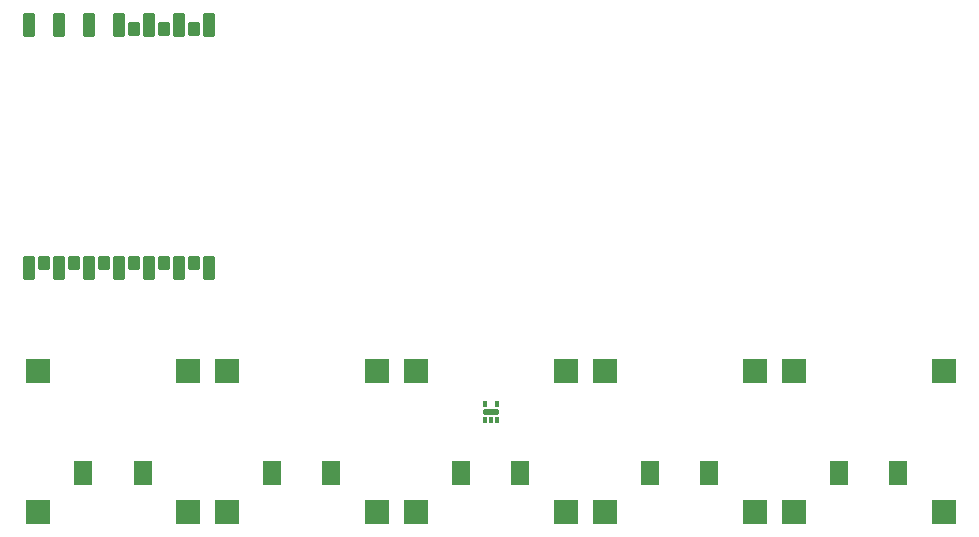
<source format=gbr>
%TF.GenerationSoftware,KiCad,Pcbnew,9.0.1*%
%TF.CreationDate,2025-04-18T20:51:15-05:00*%
%TF.ProjectId,utility_board,7574696c-6974-4795-9f62-6f6172642e6b,v1.0.0*%
%TF.SameCoordinates,Original*%
%TF.FileFunction,Paste,Top*%
%TF.FilePolarity,Positive*%
%FSLAX46Y46*%
G04 Gerber Fmt 4.6, Leading zero omitted, Abs format (unit mm)*
G04 Created by KiCad (PCBNEW 9.0.1) date 2025-04-18 20:51:15*
%MOMM*%
%LPD*%
G01*
G04 APERTURE LIST*
G04 Aperture macros list*
%AMRoundRect*
0 Rectangle with rounded corners*
0 $1 Rounding radius*
0 $2 $3 $4 $5 $6 $7 $8 $9 X,Y pos of 4 corners*
0 Add a 4 corners polygon primitive as box body*
4,1,4,$2,$3,$4,$5,$6,$7,$8,$9,$2,$3,0*
0 Add four circle primitives for the rounded corners*
1,1,$1+$1,$2,$3*
1,1,$1+$1,$4,$5*
1,1,$1+$1,$6,$7*
1,1,$1+$1,$8,$9*
0 Add four rect primitives between the rounded corners*
20,1,$1+$1,$2,$3,$4,$5,0*
20,1,$1+$1,$4,$5,$6,$7,0*
20,1,$1+$1,$6,$7,$8,$9,0*
20,1,$1+$1,$8,$9,$2,$3,0*%
G04 Aperture macros list end*
%ADD10R,1.550000X2.000000*%
%ADD11R,2.000000X2.000000*%
%ADD12RoundRect,0.045000X-0.105000X-0.217500X0.105000X-0.217500X0.105000X0.217500X-0.105000X0.217500X0*%
%ADD13RoundRect,0.075000X-0.575000X-0.175000X0.575000X-0.175000X0.575000X0.175000X-0.575000X0.175000X0*%
%ADD14RoundRect,0.095000X-0.380000X0.921000X-0.380000X-0.921000X0.380000X-0.921000X0.380000X0.921000X0*%
%ADD15RoundRect,0.095000X0.380000X-0.921000X0.380000X0.921000X-0.380000X0.921000X-0.380000X-0.921000X0*%
%ADD16RoundRect,0.095000X-0.380000X0.521000X-0.380000X-0.521000X0.380000X-0.521000X0.380000X0.521000X0*%
%ADD17RoundRect,0.095000X0.380000X-0.521000X0.380000X0.521000X-0.380000X0.521000X-0.380000X-0.521000X0*%
G04 APERTURE END LIST*
D10*
%TO.C,S1*%
X107500000Y-192650000D03*
X112500000Y-192650000D03*
D11*
X103650000Y-184000000D03*
X103650000Y-196000000D03*
X116350000Y-184000000D03*
X116350000Y-196000000D03*
%TD*%
D10*
%TO.C,S2*%
X123500000Y-192650000D03*
X128500000Y-192650000D03*
D11*
X119650000Y-184000000D03*
X119650000Y-196000000D03*
X132350000Y-184000000D03*
X132350000Y-196000000D03*
%TD*%
D10*
%TO.C,S3*%
X139500000Y-192650000D03*
X144500000Y-192650000D03*
D11*
X135650000Y-184000000D03*
X135650000Y-196000000D03*
X148350000Y-184000000D03*
X148350000Y-196000000D03*
%TD*%
D10*
%TO.C,S4*%
X155500000Y-192650000D03*
X160500000Y-192650000D03*
D11*
X151650000Y-184000000D03*
X151650000Y-196000000D03*
X164350000Y-184000000D03*
X164350000Y-196000000D03*
%TD*%
D10*
%TO.C,S5*%
X171500000Y-192650000D03*
X176500000Y-192650000D03*
D11*
X167650000Y-184000000D03*
X167650000Y-196000000D03*
X180350000Y-184000000D03*
X180350000Y-196000000D03*
%TD*%
D12*
%TO.C,D1*%
X142500000Y-188187500D03*
X142000000Y-188187500D03*
X141500000Y-188187500D03*
X142500000Y-186812500D03*
X141500000Y-186812500D03*
D13*
X142000000Y-187500000D03*
%TD*%
D14*
%TO.C,J1*%
X102883500Y-175287000D03*
X105423500Y-175287000D03*
X107963500Y-175287000D03*
X110503500Y-175287000D03*
X113043500Y-175287000D03*
X115583500Y-175287000D03*
X118123500Y-175287000D03*
D15*
X118123500Y-154713000D03*
X115583500Y-154713000D03*
X113043500Y-154713000D03*
X110503500Y-154713000D03*
X107963500Y-154713000D03*
X105423500Y-154713000D03*
X102883500Y-154713000D03*
D16*
X104153500Y-174887000D03*
X106693500Y-174887000D03*
X109233500Y-174887000D03*
X111773500Y-174887000D03*
X114313500Y-174887000D03*
X116853500Y-174887000D03*
D17*
X116853500Y-155113000D03*
X114313500Y-155113000D03*
X111773500Y-155113000D03*
%TD*%
M02*

</source>
